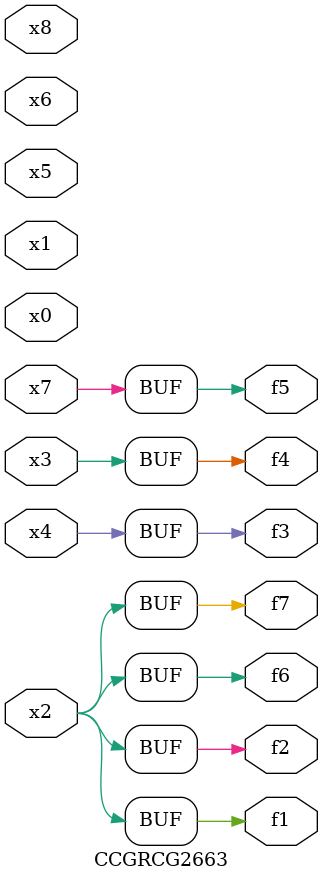
<source format=v>
module CCGRCG2663(
	input x0, x1, x2, x3, x4, x5, x6, x7, x8,
	output f1, f2, f3, f4, f5, f6, f7
);
	assign f1 = x2;
	assign f2 = x2;
	assign f3 = x4;
	assign f4 = x3;
	assign f5 = x7;
	assign f6 = x2;
	assign f7 = x2;
endmodule

</source>
